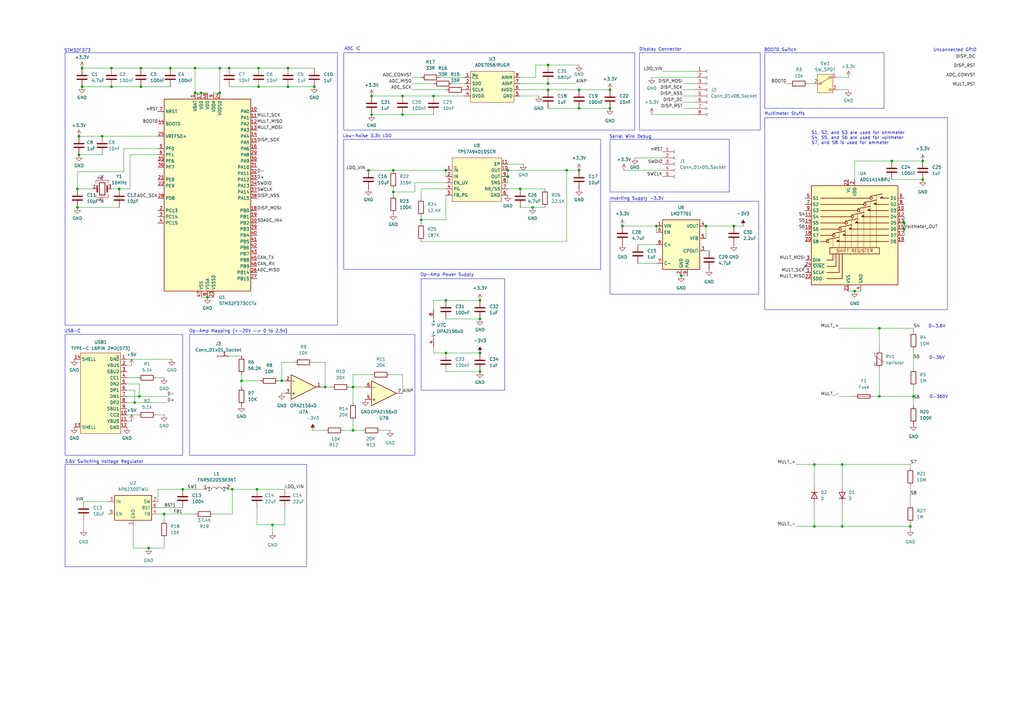
<source format=kicad_sch>
(kicad_sch (version 20250114) (generator "eeschema") (generator_version "9.0")
  (paper "A3")
  (rectangle (start 26.67 21.59) (end 138.43 133.35))
  (rectangle (start 262.255 21.59) (end 311.785 53.34))
  (rectangle (start 250.19 57.15) (end 299.085 78.74))
  (rectangle (start 140.97 21.59) (end 260.35 53.34))
  (rectangle (start 250.19 82.55) (end 311.15 120.65))
  (rectangle (start 26.67 190.5) (end 125.73 232.41))
  (rectangle (start 313.69 21.59) (end 362.585 44.45))
  (rectangle (start 172.72 114.3) (end 207.01 160.02))
  (rectangle (start 313.69 48.26) (end 388.62 127))
  (rectangle (start 140.97 57.15) (end 246.38 110.49))
  (rectangle (start 26.67 137.16) (end 74.93 186.69))
  (rectangle (start 77.724 137.16) (end 170.18 186.69))
  (text "USB-C\n" (at 29.718 135.89 0) (effects (font (size 1.27 1.27))))
  (text "S1, S2, and S3 are used for ohmmeter\nS4, S5, and S6 are used for voltmeter\nS7, and S8 is used for ammeter" (at 332.74 56.642 0) (effects (font (size 1.27 1.27)) (justify left)))
  (text "Multimeter Stuffs\n" (at 321.818 46.736 0) (effects (font (size 1.27 1.27))))
  (text "3.6V Switching Voltage Regulator" (at 42.672 189.484 0) (effects (font (size 1.27 1.27))))
  (text "Low-Noise 3.3V LDO" (at 150.622 55.88 0) (effects (font (size 1.27 1.27))))
  (text "BOOT0 Switch\n" (at 320.04 20.574 0) (effects (font (size 1.27 1.27))))
  (text "Unconnected GPIO\n" (at 391.668 20.574 0) (effects (font (size 1.27 1.27))))
  (text "Op-Amp Mapping (+-20V -> 0 to 2.5V)" (at 97.79 135.89 0) (effects (font (size 1.27 1.27))))
  (text "Op-Amp Power Supply" (at 183.388 112.776 0) (effects (font (size 1.27 1.27))))
  (text "0-36V" (at 384.302 146.812 0) (effects (font (size 1.27 1.27))))
  (text "0-3.6V\n" (at 384.302 133.858 0) (effects (font (size 1.27 1.27))))
  (text "Display Connector\n" (at 270.891 20.32 0) (effects (font (size 1.27 1.27))))
  (text "ADC IC" (at 144.526 20.066 0) (effects (font (size 1.27 1.27))))
  (text "0-360V" (at 385.064 162.814 0) (effects (font (size 1.27 1.27))))
  (text "STM32F373" (at 31.75 20.828 0) (effects (font (size 1.27 1.27))))
  (text "Serial Wire Debug\n" (at 258.572 56.134 0) (effects (font (size 1.27 1.27))))
  (text "Inverting Supply -3.3V\n" (at 261.112 81.534 0) (effects (font (size 1.27 1.27))))
  (junction (at 144.78 176.53))
  (junction (at 345.44 215.9))
  (junction (at 250.19 36.83))
  (junction (at 165.1 46.99))
  (junction (at 32.385 63.5))
  (junction (at 57.785 27.94))
  (junction (at 31.75 85.09))
  (junction (at 152.4 39.37))
  (junction (at 224.79 26.67))
  (junction (at 182.88 69.85))
  (junction (at 255.27 92.71))
  (junction (at 152.4 46.99))
  (junction (at 224.79 36.83))
  (junction (at 237.49 69.85))
  (junction (at 45.72 27.94))
  (junction (at 300.99 92.71))
  (junction (at 177.8 39.37))
  (junction (at 250.19 44.45))
  (junction (at 82.55 38.1))
  (junction (at 111.76 215.265))
  (junction (at 334.01 190.5))
  (junction (at 196.85 144.78))
  (junction (at 218.44 85.09))
  (junction (at 196.85 123.19))
  (junction (at 31.75 77.47))
  (junction (at 69.85 27.94))
  (junction (at 370.84 93.98))
  (junction (at 99.06 156.21))
  (junction (at 360.68 162.56))
  (junction (at 33.655 35.56))
  (junction (at 378.46 73.66))
  (junction (at 378.46 66.04))
  (junction (at 55.245 165.1))
  (junction (at 57.785 35.56))
  (junction (at 45.72 35.56))
  (junction (at 67.31 210.82))
  (junction (at 208.28 69.85))
  (junction (at 57.15 162.56))
  (junction (at 196.85 152.4))
  (junction (at 360.68 134.62))
  (junction (at 161.29 69.85))
  (junction (at 60.96 224.79))
  (junction (at 90.17 38.1))
  (junction (at 118.11 35.56))
  (junction (at 48.895 77.47))
  (junction (at 165.1 39.37))
  (junction (at 373.38 215.9))
  (junction (at 33.655 27.94))
  (junction (at 269.24 92.71))
  (junction (at 172.72 90.17))
  (junction (at 105.41 200.66))
  (junction (at 279.4 113.03))
  (junction (at 74.93 200.66))
  (junction (at 161.29 78.74))
  (junction (at 85.09 121.92))
  (junction (at 237.49 36.83))
  (junction (at 213.36 77.47))
  (junction (at 133.35 158.75))
  (junction (at 232.41 69.85))
  (junction (at 182.88 144.78))
  (junction (at 350.52 119.38))
  (junction (at 80.01 38.1))
  (junction (at 106.045 27.94))
  (junction (at 365.76 66.04))
  (junction (at 237.49 44.45))
  (junction (at 115.57 156.21))
  (junction (at 32.385 55.88))
  (junction (at 90.17 27.94))
  (junction (at 95.25 200.66))
  (junction (at 182.88 123.19))
  (junction (at 345.44 190.5))
  (junction (at 151.13 69.85))
  (junction (at 370.84 91.44))
  (junction (at 41.91 55.88))
  (junction (at 208.28 72.39))
  (junction (at 334.01 215.9))
  (junction (at 374.65 162.56))
  (junction (at 289.56 92.71))
  (junction (at 106.045 35.56))
  (junction (at 224.79 34.29))
  (junction (at 118.11 27.94))
  (junction (at 80.01 27.94))
  (junction (at 128.905 35.56))
  (junction (at 196.85 130.81))
  (junction (at 93.98 27.94))
  (junction (at 144.78 158.75))
  (no_connect (at 41.91 72.39))
  (no_connect (at 330.2 109.22))
  (no_connect (at 41.91 82.55))
  (wire (pts (xy 69.85 27.94) (xy 80.01 27.94)))
  (wire (pts (xy 99.06 156.21) (xy 106.68 156.21)))
  (wire (pts (xy 50.8 60.96) (xy 50.8 70.485)))
  (wire (pts (xy 95.25 200.66) (xy 105.41 200.66)))
  (wire (pts (xy 93.98 200.66) (xy 95.25 200.66)))
  (wire (pts (xy 255.27 92.71) (xy 269.24 92.71)))
  (wire (pts (xy 261.62 100.33) (xy 269.24 100.33)))
  (wire (pts (xy 218.44 85.09) (xy 223.52 85.09)))
  (wire (pts (xy 213.36 85.09) (xy 218.44 85.09)))
  (wire (pts (xy 170.18 74.93) (xy 182.88 74.93)))
  (wire (pts (xy 165.1 153.67) (xy 165.1 161.29)))
  (wire (pts (xy 52.07 172.72) (xy 53.975 172.72)))
  (wire (pts (xy 300.99 92.71) (xy 304.8 92.71)))
  (wire (pts (xy 289.56 102.87) (xy 290.83 102.87)))
  (wire (pts (xy 133.35 148.59) (xy 133.35 158.75)))
  (wire (pts (xy 182.88 72.39) (xy 182.88 69.85)))
  (wire (pts (xy 373.38 217.17) (xy 373.38 215.9)))
  (wire (pts (xy 140.97 176.53) (xy 144.78 176.53)))
  (wire (pts (xy 360.68 162.56) (xy 358.14 162.56)))
  (wire (pts (xy 116.84 208.28) (xy 116.84 215.265)))
  (wire (pts (xy 185.42 34.29) (xy 190.5 34.29)))
  (wire (pts (xy 182.88 130.81) (xy 196.85 130.81)))
  (wire (pts (xy 370.84 91.44) (xy 370.84 93.98)))
  (wire (pts (xy 269.24 92.71) (xy 269.24 95.25)))
  (wire (pts (xy 326.39 190.5) (xy 334.01 190.5)))
  (wire (pts (xy 219.71 26.67) (xy 219.71 31.75)))
  (wire (pts (xy 350.52 119.38) (xy 353.06 119.38)))
  (wire (pts (xy 236.22 34.29) (xy 224.79 34.29)))
  (wire (pts (xy 53.34 77.47) (xy 53.34 63.5)))
  (wire (pts (xy 168.91 36.83) (xy 182.88 36.83)))
  (wire (pts (xy 279.4 113.03) (xy 281.94 113.03)))
  (wire (pts (xy 52.07 160.02) (xy 55.245 160.02)))
  (wire (pts (xy 115.57 161.29) (xy 116.84 161.29)))
  (wire (pts (xy 331.47 34.29) (xy 333.375 34.29)))
  (wire (pts (xy 177.8 123.19) (xy 182.88 123.19)))
  (wire (pts (xy 378.46 66.04) (xy 365.76 66.04)))
  (wire (pts (xy 360.68 134.62) (xy 360.68 143.51)))
  (wire (pts (xy 208.28 69.85) (xy 208.28 72.39)))
  (wire (pts (xy 67.31 210.82) (xy 67.31 213.36)))
  (wire (pts (xy 374.65 134.62) (xy 374.65 135.89)))
  (wire (pts (xy 57.785 27.94) (xy 69.85 27.94)))
  (wire (pts (xy 365.76 73.66) (xy 378.46 73.66)))
  (wire (pts (xy 54.61 215.9) (xy 54.61 224.79)))
  (wire (pts (xy 57.15 157.48) (xy 57.15 162.56)))
  (wire (pts (xy 160.02 176.53) (xy 156.21 176.53)))
  (wire (pts (xy 106.045 27.94) (xy 118.11 27.94)))
  (wire (pts (xy 64.77 208.28) (xy 74.93 208.28)))
  (wire (pts (xy 87.63 38.1) (xy 90.17 38.1)))
  (wire (pts (xy 224.79 34.29) (xy 213.36 34.29)))
  (wire (pts (xy 177.8 144.78) (xy 182.88 144.78)))
  (wire (pts (xy 57.15 157.48) (xy 52.07 157.48)))
  (wire (pts (xy 55.245 165.1) (xy 52.07 165.1)))
  (wire (pts (xy 344.17 134.62) (xy 360.68 134.62)))
  (wire (pts (xy 120.65 148.59) (xy 115.57 148.59)))
  (wire (pts (xy 45.72 77.47) (xy 48.895 77.47)))
  (wire (pts (xy 52.07 170.18) (xy 56.515 170.18)))
  (wire (pts (xy 271.78 29.21) (xy 285.115 29.21)))
  (wire (pts (xy 334.01 190.5) (xy 345.44 190.5)))
  (wire (pts (xy 177.8 144.78) (xy 177.8 142.24)))
  (wire (pts (xy 143.51 158.75) (xy 144.78 158.75)))
  (wire (pts (xy 267.335 31.75) (xy 285.115 31.75)))
  (wire (pts (xy 53.34 63.5) (xy 64.77 63.5)))
  (wire (pts (xy 144.78 158.75) (xy 149.86 158.75)))
  (wire (pts (xy 224.79 44.45) (xy 237.49 44.45)))
  (wire (pts (xy 152.4 46.99) (xy 165.1 46.99)))
  (wire (pts (xy 182.88 152.4) (xy 196.85 152.4)))
  (wire (pts (xy 161.29 78.74) (xy 170.18 78.74)))
  (wire (pts (xy 208.28 77.47) (xy 213.36 77.47)))
  (wire (pts (xy 374.65 162.56) (xy 374.65 166.37)))
  (wire (pts (xy 64.77 205.74) (xy 64.77 200.66)))
  (wire (pts (xy 48.895 77.47) (xy 53.34 77.47)))
  (wire (pts (xy 128.27 148.59) (xy 133.35 148.59)))
  (wire (pts (xy 345.44 215.9) (xy 373.38 215.9)))
  (wire (pts (xy 237.49 36.83) (xy 224.79 36.83)))
  (wire (pts (xy 373.38 199.39) (xy 373.38 207.01)))
  (wire (pts (xy 161.29 77.47) (xy 161.29 78.74)))
  (wire (pts (xy 115.57 148.59) (xy 115.57 156.21)))
  (wire (pts (xy 334.01 207.01) (xy 334.01 215.9)))
  (wire (pts (xy 52.07 147.32) (xy 70.485 147.32)))
  (wire (pts (xy 33.655 35.56) (xy 45.72 35.56)))
  (wire (pts (xy 74.93 200.66) (xy 83.82 200.66)))
  (wire (pts (xy 55.245 165.1) (xy 68.58 165.1)))
  (wire (pts (xy 370.84 93.98) (xy 370.84 96.52)))
  (wire (pts (xy 343.535 36.83) (xy 347.98 36.83)))
  (wire (pts (xy 165.1 46.99) (xy 177.8 46.99)))
  (wire (pts (xy 105.41 208.28) (xy 105.41 215.265)))
  (wire (pts (xy 168.91 31.75) (xy 172.72 31.75)))
  (wire (pts (xy 41.91 55.88) (xy 64.77 55.88)))
  (wire (pts (xy 144.78 153.67) (xy 144.78 158.75)))
  (wire (pts (xy 161.29 69.85) (xy 182.88 69.85)))
  (wire (pts (xy 170.18 78.74) (xy 170.18 74.93)))
  (wire (pts (xy 93.98 146.05) (xy 99.06 146.05)))
  (wire (pts (xy 82.55 121.92) (xy 85.09 121.92)))
  (wire (pts (xy 237.49 36.83) (xy 250.19 36.83)))
  (wire (pts (xy 280.035 44.45) (xy 285.115 44.45)))
  (wire (pts (xy 31.75 70.485) (xy 31.75 77.47)))
  (wire (pts (xy 343.535 31.75) (xy 347.98 31.75)))
  (wire (pts (xy 80.01 27.94) (xy 80.01 38.1)))
  (wire (pts (xy 172.72 99.06) (xy 232.41 99.06)))
  (wire (pts (xy 31.75 77.47) (xy 38.1 77.47)))
  (wire (pts (xy 365.76 66.04) (xy 350.52 66.04)))
  (wire (pts (xy 219.71 31.75) (xy 213.36 31.75)))
  (wire (pts (xy 32.385 55.88) (xy 41.91 55.88)))
  (wire (pts (xy 237.49 44.45) (xy 250.19 44.45)))
  (wire (pts (xy 224.79 26.67) (xy 237.49 26.67)))
  (wire (pts (xy 52.07 149.86) (xy 53.975 149.86)))
  (wire (pts (xy 213.36 77.47) (xy 223.52 77.47)))
  (wire (pts (xy 280.035 41.91) (xy 285.115 41.91)))
  (wire (pts (xy 172.72 90.17) (xy 172.72 91.44)))
  (wire (pts (xy 165.1 39.37) (xy 177.8 39.37)))
  (wire (pts (xy 118.11 35.56) (xy 106.045 35.56)))
  (wire (pts (xy 128.27 176.53) (xy 133.35 176.53)))
  (wire (pts (xy 326.39 215.9) (xy 334.01 215.9)))
  (wire (pts (xy 280.035 36.83) (xy 285.115 36.83)))
  (wire (pts (xy 347.98 119.38) (xy 350.52 119.38)))
  (wire (pts (xy 85.09 121.92) (xy 87.63 121.92)))
  (wire (pts (xy 93.98 27.94) (xy 106.045 27.94)))
  (wire (pts (xy 52.07 162.56) (xy 57.15 162.56)))
  (wire (pts (xy 64.77 210.82) (xy 67.31 210.82)))
  (wire (pts (xy 80.01 27.94) (xy 90.17 27.94)))
  (wire (pts (xy 133.35 158.75) (xy 135.89 158.75)))
  (wire (pts (xy 118.11 35.56) (xy 128.905 35.56)))
  (wire (pts (xy 99.06 156.21) (xy 99.06 158.75)))
  (wire (pts (xy 208.28 69.85) (xy 232.41 69.85)))
  (wire (pts (xy 149.86 69.85) (xy 151.13 69.85)))
  (wire (pts (xy 80.01 38.1) (xy 82.55 38.1)))
  (wire (pts (xy 177.8 39.37) (xy 190.5 39.37)))
  (wire (pts (xy 208.28 72.39) (xy 208.28 74.93)))
  (wire (pts (xy 172.72 88.9) (xy 172.72 90.17)))
  (wire (pts (xy 182.88 77.47) (xy 172.72 77.47)))
  (wire (pts (xy 87.63 210.82) (xy 95.25 210.82)))
  (wire (pts (xy 144.78 172.72) (xy 144.78 176.53)))
  (wire (pts (xy 182.88 144.78) (xy 196.85 144.78)))
  (wire (pts (xy 151.13 69.85) (xy 161.29 69.85)))
  (wire (pts (xy 34.29 213.36) (xy 34.29 217.17)))
  (wire (pts (xy 144.78 176.53) (xy 148.59 176.53)))
  (wire (pts (xy 182.88 123.19) (xy 196.85 123.19)))
  (wire (pts (xy 152.4 39.37) (xy 165.1 39.37)))
  (wire (pts (xy 345.44 190.5) (xy 373.38 190.5)))
  (wire (pts (xy 64.135 154.94) (xy 67.31 154.94)))
  (wire (pts (xy 224.79 36.83) (xy 213.36 36.83)))
  (wire (pts (xy 54.61 224.79) (xy 60.96 224.79)))
  (wire (pts (xy 345.44 207.01) (xy 345.44 215.9)))
  (wire (pts (xy 50.8 70.485) (xy 31.75 70.485)))
  (wire (pts (xy 289.56 92.71) (xy 289.56 97.79)))
  (wire (pts (xy 267.335 46.99) (xy 285.115 46.99)))
  (wire (pts (xy 360.68 151.13) (xy 360.68 162.56)))
  (wire (pts (xy 105.41 215.265) (xy 111.76 215.265)))
  (wire (pts (xy 33.655 27.94) (xy 45.72 27.94)))
  (wire (pts (xy 168.91 34.29) (xy 177.8 34.29)))
  (wire (pts (xy 64.135 170.18) (xy 67.31 170.18)))
  (wire (pts (xy 255.905 69.85) (xy 271.78 69.85)))
  (wire (pts (xy 260.35 64.77) (xy 271.78 64.77)))
  (wire (pts (xy 177.8 127) (xy 177.8 123.19)))
  (wire (pts (xy 152.4 153.67) (xy 144.78 153.67)))
  (wire (pts (xy 322.58 34.29) (xy 323.85 34.29)))
  (wire (pts (xy 160.02 153.67) (xy 165.1 153.67)))
  (wire (pts (xy 373.38 190.5) (xy 373.38 191.77)))
  (wire (pts (xy 34.29 205.74) (xy 44.45 205.74)))
  (wire (pts (xy 280.035 34.29) (xy 285.115 34.29)))
  (wire (pts (xy 111.76 218.44) (xy 111.76 215.265)))
  (wire (pts (xy 67.31 210.82) (xy 80.01 210.82)))
  (wire (pts (xy 114.3 156.21) (xy 115.57 156.21)))
  (wire (pts (xy 115.57 156.21) (xy 116.84 156.21)))
  (wire (pts (xy 370.84 88.9) (xy 370.84 91.44)))
  (wire (pts (xy 106.045 35.56) (xy 93.98 35.56)))
  (wire (pts (xy 373.38 215.9) (xy 373.38 214.63)))
  (wire (pts (xy 374.65 143.51) (xy 374.65 151.13)))
  (wire (pts (xy 182.88 90.17) (xy 172.72 90.17)))
  (wire (pts (xy 232.41 69.85) (xy 237.49 69.85)))
  (wire (pts (xy 289.56 92.71) (xy 300.99 92.71)))
  (wire (pts (xy 50.8 60.96) (xy 64.77 60.96)))
  (wire (pts (xy 31.75 85.09) (xy 48.895 85.09)))
  (wire (pts (xy 45.72 27.94) (xy 57.785 27.94)))
  (wire (pts (xy 360.68 134.62) (xy 374.65 134.62)))
  (wire (pts (xy 350.52 66.04) (xy 350.52 73.66)))
  (wire (pts (xy 261.62 107.95) (xy 269.24 107.95)))
  (wire (pts (xy 90.17 27.94) (xy 93.98 27.94)))
  (wire (pts (xy 55.245 160.02) (xy 55.245 165.1)))
  (wire (pts (xy 219.71 26.67) (xy 224.79 26.67)))
  (wire (pts (xy 85.09 38.1) (xy 82.55 38.1)))
  (wire (pts (xy 90.17 27.94) (xy 90.17 38.1)))
  (wire (pts (xy 111.76 215.265) (xy 116.84 215.265)))
  (wire (pts (xy 280.035 39.37) (xy 285.115 39.37)))
  (wire (pts (xy 180.34 31.75) (xy 190.5 31.75)))
  (wire (pts (xy 64.77 200.66) (xy 74.93 200.66)))
  (wire (pts (xy 172.72 77.47) (xy 172.72 81.28)))
  (wire (pts (xy 57.785 35.56) (xy 69.85 35.56)))
  (wire (pts (xy 161.29 78.74) (xy 161.29 80.01)))
  (wire (pts (xy 374.65 158.75) (xy 374.65 162.56)))
  (wire (pts (xy 213.36 39.37) (xy 220.98 39.37)))
  (wire (pts (xy 95.25 200.66) (xy 95.25 210.82)))
  (wire (pts (xy 360.68 162.56) (xy 374.65 162.56)))
  (wire (pts (xy 60.96 224.79) (xy 67.31 224.79)))
  (wire (pts (xy 208.28 67.31) (xy 214.63 67.31)))
  (wire (pts (xy 144.78 158.75) (xy 144.78 165.1)))
  (wire (pts (xy 232.41 99.06) (xy 232.41 69.85)))
  (wire (pts (xy 133.35 158.75) (xy 132.08 158.75)))
  (wire (pts (xy 344.17 162.56) (xy 350.52 162.56)))
  (wire (pts (xy 334.01 190.5) (xy 334.01 199.39)))
  (wire (pts (xy 99.06 153.67) (xy 99.06 156.21)))
  (wire (pts (xy 118.11 27.94) (xy 128.905 27.94)))
  (wire (pts (xy 57.15 162.56) (xy 68.58 162.56)))
  (wire (pts (xy 45.72 35.56) (xy 57.785 35.56)))
  (wire (pts (xy 32.385 63.5) (xy 41.91 63.5)))
  (wire (pts (xy 52.07 154.94) (xy 56.515 154.94)))
  (wire (pts (xy 182.88 80.01) (xy 182.88 90.17)))
  (wire (pts (xy 345.44 190.5) (xy 345.44 199.39)))
  (wire (pts (xy 334.01 215.9) (xy 345.44 215.9)))
  (wire (pts (xy 105.41 200.66) (xy 116.84 200.66)))
  (wire (pts (xy 67.31 220.98) (xy 67.31 224.79)))
  (label "D+" (at 105.41 73.66 0))
  (label "SDADC_IN4" (at 105.41 91.44 0))
  (label "MULT_MOSI" (at 330.2 106.68 180))
  (label "SWCLK" (at 271.78 72.39 180))
  (label "ADC_SCK" (at 64.77 81.28 180))
  (label "LDO_VIN" (at 271.78 29.21 180))
  (label "DISP_SCK" (at 105.41 58.42 0))
  (label "LDO_VIN" (at 149.86 69.85 180))
  (label "D-" (at 68.58 162.56 0))
  (label "MULT_+" (at 326.39 190.5 180))
  (label "S7" (at 373.38 190.5 0))
  (label "DISP_SCK" (at 280.035 36.83 180))
  (label "MULT_MOSI" (at 105.41 53.34 0))
  (label "BOOT0" (at 64.77 50.8 180))
  (label "S8" (at 373.38 203.2 0))
  (label "MULT_RST" (at 400.05 35.56 180))
  (label "nRST" (at 271.78 62.23 180))
  (label "MULT_SCK" (at 105.41 48.26 0))
  (label "SW1" (at 76.835 200.66 0))
  (label "ADC_MISO" (at 168.91 34.29 180))
  (label "LDO_VIN" (at 116.84 200.66 0))
  (label "MULT_SCK" (at 330.2 111.76 180))
  (label "DISP_RST" (at 280.035 44.45 180))
  (label "VIN" (at 34.29 205.74 180))
  (label "MULT_MISO" (at 330.2 114.3 180))
  (label "MULT_-" (at 344.17 162.56 180))
  (label "S4" (at 330.2 88.9 180))
  (label "D+" (at 68.58 165.1 0))
  (label "ADC_MISO" (at 105.41 111.76 0))
  (label "BOOT0" (at 322.58 34.29 180))
  (label "ADC_SCK" (at 168.91 36.83 180))
  (label "DISP_MOSI" (at 280.035 34.29 180))
  (label "CAN_RX" (at 105.41 109.22 0))
  (label "BST1" (at 67.31 208.28 0))
  (label "SWDIO" (at 105.41 76.2 0))
  (label "AINP" (at 236.22 34.29 0))
  (label "S5" (at 330.2 91.44 180))
  (label "AINP" (at 165.1 161.29 0))
  (label "MULT_+" (at 344.17 134.62 180))
  (label "nRST" (at 64.77 45.72 180))
  (label "ADC_CONVST" (at 400.05 31.75 180))
  (label "S5" (at 374.65 147.32 0))
  (label "SWDIO" (at 271.78 67.31 180))
  (label "MULT_-" (at 326.39 215.9 180))
  (label "DISP_NSS" (at 105.41 81.28 0))
  (label "DISP_MOSI" (at 105.41 86.36 0))
  (label "SWCLK" (at 105.41 78.74 0))
  (label "DISP_NSS" (at 280.035 39.37 180))
  (label "S6" (at 374.65 163.83 0))
  (label "CAN_TX" (at 105.41 106.68 0))
  (label "MULT_MISO" (at 105.41 50.8 0))
  (label "S4" (at 374.65 134.62 0))
  (label "FB1" (at 71.12 210.82 0))
  (label "D-" (at 105.41 71.12 0))
  (label "ADC_CONVST" (at 168.91 31.75 180))
  (label "S6" (at 330.2 93.98 180))
  (label "DISP_DC" (at 280.035 41.91 180))
  (label "DISP_DC" (at 400.05 24.13 180))
  (label "DISP_RST" (at 400.05 27.94 180))
  (label "Voltmeter_OUT" (at 370.84 93.98 0))
  (symbol (lib_id "Device:C") (at 128.905 31.75 0) (unit 1)
    (property "Reference" "C10" (at 132.715 30.4799 0) (effects (justify left)))
    (property "Value" "1uF" (at 132.715 33.0199 0) (effects (justify left)))
    (property "Description" "Unpolarized capacitor" (effects (hide yes)))
  )
  (symbol (lib_id "Device:C") (at 151.13 73.66 0) (unit 1)
    (property "Reference" "C16" (at 154.94 72.3899 0) (effects (justify left)))
    (property "Value" "10uF" (at 154.94 74.9299 0) (effects (justify left)))
    (property "Description" "Unpolarized capacitor" (effects (hide yes)))
  )
  (symbol (lib_id "power:GND") (at 30.48 175.26 0) (unit 1)
    (property "Reference" "#PWR010" (effects (hide yes)))
    (property "Value" "GND" (at 30.48 179.705 0))
    (property "Description" "Power symbol creates a global label with name \"GND\" , ground" (effects (hide yes)))
  )
  (symbol (lib_id "power:GND") (at 250.19 44.45 0) (unit 1)
    (property "Reference" "#PWR055" (effects (hide yes)))
    (property "Value" "GND" (at 250.19 49.53 0))
    (property "Description" "Power symbol creates a global label with name \"GND\" , ground" (effects (hide yes)))
  )
  (symbol (lib_id "power:GND") (at 111.76 218.44 0) (unit 1)
    (property "Reference" "#PWR0101" (effects (hide yes)))
    (property "Value" "GND" (at 111.76 223.52 0))
    (property "Description" "Power symbol creates a global label with name \"GND\" , ground" (effects (hide yes)))
  )
  (symbol (lib_id "power:GND") (at 60.96 224.79 0) (unit 1)
    (property "Reference" "#PWR038" (effects (hide yes)))
    (property "Value" "GND" (at 60.96 229.87 0))
    (property "Description" "Power symbol creates a global label with name \"GND\" , ground" (effects (hide yes)))
  )
  (symbol (lib_id "Device:R") (at 172.72 95.25 0) (unit 1)
    (property "Reference" "R25" (at 175.26 93.9799 0) (effects (justify left)))
    (property "Value" "187K" (at 175.26 96.5199 0) (effects (justify left)))
    (property "Description" "Resistor" (effects (hide yes)))
  )
  (symbol (lib_id "Device:C") (at 196.85 148.59 0) (unit 1)
    (property "Reference" "C34" (at 200.66 147.3199 0) (effects (justify left)))
    (property "Value" "1uF" (at 200.66 149.8599 0) (effects (justify left)))
    (property "Description" "Unpolarized capacitor" (effects (hide yes)))
  )
  (symbol (lib_id "power:GND") (at 34.29 217.17 0) (unit 1)
    (property "Reference" "#PWR037" (effects (hide yes)))
    (property "Value" "GND" (at 34.29 222.25 0))
    (property "Description" "Power symbol creates a global label with name \"GND\" , ground" (effects (hide yes)))
  )
  (symbol (lib_id "power:+3.3V") (at 196.85 123.19 0) (unit 1)
    (property "Reference" "#PWR047" (effects (hide yes)))
    (property "Value" "+3.3V" (at 196.85 118.11 0))
    (property "Description" "Power symbol creates a global label with name \"+3.3V\"" (effects (hide yes)))
  )
  (symbol (lib_id "Device:C") (at 182.88 127 0) (unit 1)
    (property "Reference" "C31" (at 186.69 125.7299 0) (effects (justify left)))
    (property "Value" "100nF" (at 186.69 128.2699 0) (effects (justify left)))
    (property "Description" "Unpolarized capacitor" (effects (hide yes)))
  )
  (symbol (lib_id "Device:C") (at 261.62 104.14 0) (unit 1)
    (property "Reference" "C15" (at 265.43 102.8699 0) (effects (justify left)))
    (property "Value" "1uF" (at 265.43 105.4099 0) (effects (justify left)))
    (property "Description" "Unpolarized capacitor" (effects (hide yes)))
  )
  (symbol (lib_id "ROCKETRY_EASYEDA:ADS7056IRUGR") (at 201.93 35.56 0) (unit 1)
    (property "Reference" "U3" (at 201.93 24.13 0))
    (property "Value" "ADS7056IRUGR" (at 201.93 26.67 0))
    (property "Footprint" "Rocketry_Easyeda:X2QFN-8_L1.5-W1.5-P0.50-BL" (effects (hide yes)))
    (property "LCSC Part" "C2669798" (effects (hide yes)))
  )
  (symbol (lib_id "power:GND") (at 152.4 46.99 0) (unit 1)
    (property "Reference" "#PWR030" (effects (hide yes)))
    (property "Value" "GND" (at 152.4 51.435 0))
    (property "Description" "Power symbol creates a global label with name \"GND\" , ground" (effects (hide yes)))
  )
  (symbol (lib_id "power:GND") (at 30.48 147.32 0) (unit 1)
    (property "Reference" "#PWR09" (effects (hide yes)))
    (property "Value" "GND" (at 30.48 151.765 0))
    (property "Description" "Power symbol creates a global label with name \"GND\" , ground" (effects (hide yes)))
  )
  (symbol (lib_id "power:GND") (at 279.4 113.03 0) (unit 1)
    (property "Reference" "#PWR042" (effects (hide yes)))
    (property "Value" "GND" (at 279.4 118.11 0))
    (property "Description" "Power symbol creates a global label with name \"GND\" , ground" (effects (hide yes)))
  )
  (symbol (lib_id "power:+3.3V") (at 347.98 31.75 0) (unit 1)
    (property "Reference" "#PWR017" (effects (hide yes)))
    (property "Value" "+3.3V" (at 347.98 27.305 0))
    (property "Description" "Power symbol creates a global label with name \"+3.3V\"" (effects (hide yes)))
  )
  (symbol (lib_id "Device:C") (at 33.655 31.75 0) (unit 1)
    (property "Reference" "C1" (at 37.465 30.4799 0) (effects (justify left)))
    (property "Value" "4.7uF" (at 37.465 33.0199 0) (effects (justify left)))
    (property "Description" "Unpolarized capacitor" (effects (hide yes)))
  )
  (symbol (lib_id "power:GND") (at 267.335 31.75 0) (unit 1)
    (property "Reference" "#PWR024" (effects (hide yes)))
    (property "Value" "GND" (at 267.335 36.195 0))
    (property "Description" "Power symbol creates a global label with name \"GND\" , ground" (effects (hide yes)))
  )
  (symbol (lib_id "power:GND") (at 237.49 77.47 0) (unit 1)
    (property "Reference" "#PWR022" (effects (hide yes)))
    (property "Value" "GND" (at 237.49 81.915 0))
    (property "Description" "Power symbol creates a global label with name \"GND\" , ground" (effects (hide yes)))
  )
  (symbol (lib_id "power:GND") (at 196.85 130.81 0) (mirror y) (unit 1)
    (property "Reference" "#PWR046" (effects (hide yes)))
    (property "Value" "GND" (at 196.85 135.255 0))
    (property "Description" "Power symbol creates a global label with name \"GND\" , ground" (effects (hide yes)))
  )
  (symbol (lib_id "Device:C") (at 224.79 40.64 0) (unit 1)
    (property "Reference" "C18" (at 228.6 39.3699 0) (effects (justify left)))
    (property "Value" "1uF" (at 228.6 41.9099 0) (effects (justify left)))
    (property "Description" "Unpolarized capacitor" (effects (hide yes)))
  )
  (symbol (lib_id "power:GND") (at 373.38 217.17 0) (unit 1)
    (property "Reference" "#PWR056" (effects (hide yes)))
    (property "Value" "GND" (at 373.38 222.25 0))
    (property "Description" "Power symbol creates a global label with name \"GND\" , ground" (effects (hide yes)))
  )
  (symbol (lib_id "Device:R") (at 137.16 176.53 270) (unit 1)
    (property "Reference" "R12" (at 138.811 182.499 90) (effects (justify right)))
    (property "Value" "10K" (at 139.7 180.086 90) (effects (justify right)))
    (property "Description" "Resistor" (effects (hide yes)))
  )
  (symbol (lib_id "Rocketry:FNR5020S3R3NT") (at 88.9 200.66 0) (unit 1)
    (property "Reference" "L1" (at 88.9 194.31 0))
    (property "Value" "FNR5020S3R3NT" (at 88.9 196.85 0))
    (property "Footprint" "Rocketry_Easyeda:IND-SMD_L5.0-W5.0_FNR50XXS" (effects (hide yes)))
    (property "Datasheet" "https://lcsc.com/product-detail/Power-Inductors_3-3uH-30-2-5A_C167926.html" (effects (hide yes)))
    (property "LCSC Part" "C167926" (effects (hide yes)))
  )
  (symbol (lib_id "Device:R") (at 374.65 139.7 180) (unit 1)
    (property "Reference" "R4" (at 377.19 138.4299 0) (effects (justify right)))
    (property "Value" "10M" (at 377.19 140.9699 0) (effects (justify right)))
    (property "Description" "Resistor" (effects (hide yes)))
  )
  (symbol (lib_id "Device:R") (at 161.29 83.82 0) (unit 1)
    (property "Reference" "R23" (at 163.83 82.5499 0) (effects (justify left)))
    (property "Value" "100K" (at 163.83 85.0899 0) (effects (justify left)))
    (property "Description" "Resistor" (effects (hide yes)))
  )
  (symbol (lib_id "power:GND") (at 374.65 173.99 0) (unit 1)
    (property "Reference" "#PWR035" (effects (hide yes)))
    (property "Value" "GND" (at 374.65 179.07 0))
    (property "Description" "Power symbol creates a global label with name \"GND\" , ground" (effects (hide yes)))
  )
  (symbol (lib_id "ROCKETRY_EASYEDA:TPS7A9401DSCR") (at 195.58 73.66 0) (unit 1)
    (property "Reference" "U8" (at 195.58 59.69 0))
    (property "Value" "TPS7A9401DSCR" (at 195.58 62.23 0))
    (property "Footprint" "Rocketry_Easyeda:WSON-10_L3.0-W3.0-P0.50-TL-EP" (effects (hide yes)))
    (property "LCSC Part" "C5220127" (effects (hide yes)))
  )
  (symbol (lib_id "Amplifier_Operational:OPA2156xD") (at 177.8 134.62 0) (unit 3)
    (property "Reference" "U7" (at 179.07 133.3499 0) (effects (justify left)))
    (property "Value" "OPA2156xD" (at 179.07 135.8899 0) (effects (justify left)))
    (property "Footprint" "Package_SO:SOIC-8_3.9x4.9mm_P1.27mm" (effects (hide yes)))
    (property "Datasheet" "https://www.ti.com/lit/ds/symlink/opa2156.pdf" (effects (hide yes)))
    (property "Description" "Dual 36V, Ultra Low Noise, Rail-to-Rail Input/Output, Low Offset Voltage, Operational Amplifier, SOIC-8" (effects (hide yes)))
  )
  (symbol (lib_id "Device:C") (at 237.49 40.64 0) (unit 1)
    (property "Reference" "C19" (at 241.3 39.37 0) (effects (justify left)))
    (property "Value" "100nF" (at 241.3 41.91 0) (effects (justify left)))
    (property "Description" "Unpolarized capacitor" (effects (hide yes)))
  )
  (symbol (lib_id "Device:R") (at 83.82 210.82 270) (unit 1)
    (property "Reference" "R19" (at 83.82 215.9 90))
    (property "Value" "37.4K" (at 83.82 213.36 90))
    (property "Footprint" "Resistor_SMD:R_0402_1005Metric" (effects (hide yes)))
  )
  (symbol (lib_id "Device:C") (at 182.88 148.59 0) (unit 1)
    (property "Reference" "C33" (at 186.69 147.3199 0) (effects (justify left)))
    (property "Value" "100nF" (at 186.69 149.8599 0) (effects (justify left)))
    (property "Description" "Unpolarized capacitor" (effects (hide yes)))
  )
  (symbol (lib_id "power:-3V3") (at 304.8 92.71 0) (unit 1)
    (property "Reference" "#PWR044" (effects (hide yes)))
    (property "Value" "-3V3" (at 304.8 87.63 0))
    (property "Description" "Power symbol creates a global label with name \"-3V3\"" (effects (hide yes)))
  )
  (symbol (lib_id "Connector:Conn_01x08_Socket") (at 290.195 36.83 0) (unit 1)
    (property "Reference" "J2" (at 291.465 36.8299 0) (effects (justify left)))
    (property "Value" "Conn_01x08_Socket" (at 291.465 39.3699 0) (effects (justify left)))
    (property "Description" "Generic connector, single row, 01x08, script generated" (effects (hide yes)))
  )
  (symbol (lib_id "power:+3.3V") (at 237.49 69.85 0) (unit 1)
    (property "Reference" "#PWR023" (effects (hide yes)))
    (property "Value" "+3.3V" (at 237.49 64.77 0))
    (property "Description" "Power symbol creates a global label with name \"+3.3V\"" (effects (hide yes)))
  )
  (symbol (lib_id "Device:C") (at 93.98 31.75 0) (unit 1)
    (property "Reference" "C7" (at 97.79 30.4799 0) (effects (justify left)))
    (property "Value" "10nF" (at 97.79 33.0199 0) (effects (justify left)))
    (property "Description" "Unpolarized capacitor" (effects (hide yes)))
  )
  (symbol (lib_id "Device:C") (at 378.46 69.85 0) (unit 1)
    (property "Reference" "C25" (at 382.27 68.5799 0) (effects (justify left)))
    (property "Value" "1uF" (at 382.27 71.1199 0) (effects (justify left)))
    (property "Description" "Unpolarized capacitor" (effects (hide yes)))
  )
  (symbol (lib_id "power:+3.3V") (at 255.905 69.85 0) (unit 1)
    (property "Reference" "#PWR08" (effects (hide yes)))
    (property "Value" "+3.3V" (at 255.905 65.405 0))
    (property "Description" "Power symbol creates a global label with name \"+3.3V\"" (effects (hide yes)))
  )
  (symbol (lib_id "Device:R") (at 152.4 176.53 270) (unit 1)
    (property "Reference" "R13" (at 154.051 182.499 90) (effects (justify right)))
    (property "Value" "20K" (at 154.051 179.959 90) (effects (justify right)))
    (property "Description" "Resistor" (effects (hide yes)))
  )
  (symbol (lib_id "power:GND") (at 52.07 175.26 0) (unit 1)
    (property "Reference" "#PWR011" (effects (hide yes)))
    (property "Value" "GND" (at 52.07 179.705 0))
    (property "Description" "Power symbol creates a global label with name \"GND\" , ground" (effects (hide yes)))
  )
  (symbol (lib_id "Device:C") (at 365.76 69.85 0) (unit 1)
    (property "Reference" "C24" (at 369.57 68.5799 0) (effects (justify left)))
    (property "Value" "100nF" (at 369.57 71.1199 0) (effects (justify left)))
    (property "Description" "Unpolarized capacitor" (effects (hide yes)))
  )
  (symbol (lib_id "Device:C") (at 290.83 106.68 0) (unit 1)
    (property "Reference" "C29" (at 294.64 105.4099 0) (effects (justify left)))
    (property "Value" "4.7uF" (at 294.64 107.9499 0) (effects (justify left)))
    (property "Description" "Unpolarized capacitor" (effects (hide yes)))
  )
  (symbol (lib_id "Regulator_Switching:AP62300TWU") (at 54.61 208.28 0) (unit 1)
    (property "Reference" "U2" (at 54.61 198.12 0))
    (property "Value" "AP62300TWU" (at 54.61 200.66 0))
    (property "Footprint" "Package_TO_SOT_SMD:TSOT-23-6" (effects (hide yes)))
    (property "Datasheet" "https://www.diodes.com/assets/Datasheets/AP62300_AP62301_AP62300T.pdf" (effects (hide yes)))
  )
  (symbol (lib_id "Device:C") (at 74.93 204.47 180) (unit 1)
    (property "Reference" "C13" (at 78.74 203.2 0) (effects (justify right)))
    (property "Value" "100n" (at 78.74 205.74 0) (effects (justify right)))
    (property "Footprint" "Capacitor_SMD:C_0402_1005Metric" (effects (hide yes)))
  )
  (symbol (lib_id "power:GND") (at 160.02 176.53 0) (unit 1)
    (property "Reference" "#PWR051" (effects (hide yes)))
    (property "Value" "GND" (at 160.02 181.61 0))
    (property "Description" "Power symbol creates a global label with name \"GND\" , ground" (effects (hide yes)))
  )
  (symbol (lib_id "Device:C") (at 48.895 81.28 0) (unit 1)
    (property "Reference" "C12" (at 52.07 80.01 0) (effects (justify left)))
    (property "Value" "10pF" (at 52.07 82.55 0) (effects (justify left)))
    (property "Description" "Unpolarized capacitor" (effects (hide yes)))
  )
  (symbol (lib_id "Connector:Conn_01x05_Socket") (at 276.86 67.31 0) (unit 1)
    (property "Reference" "J1" (at 278.765 66.0399 0) (effects (justify left)))
    (property "Value" "Conn_01x05_Socket" (at 278.765 68.5799 0) (effects (justify left)))
    (property "Description" "Generic connector, single row, 01x05, script generated" (effects (hide yes)))
  )
  (symbol (lib_id "Device:R") (at 67.31 217.17 180) (unit 1)
    (property "Reference" "R18" (at 69.85 215.8999 0) (effects (justify right)))
    (property "Value" "10K" (at 69.85 218.4399 0) (effects (justify right)))
    (property "Footprint" "Resistor_SMD:R_0402_1005Metric" (effects (hide yes)))
  )
  (symbol (lib_id "power:+3.3V") (at 378.46 66.04 0) (unit 1)
    (property "Reference" "#PWR031" (effects (hide yes)))
    (property "Value" "+3.3V" (at 378.46 60.96 0))
    (property "Description" "Power symbol creates a global label with name \"+3.3V\"" (effects (hide yes)))
  )
  (symbol (lib_id "Device:R") (at 161.29 73.66 0) (unit 1)
    (property "Reference" "R22" (at 163.83 72.3899 0) (effects (justify left)))
    (property "Value" "316K" (at 163.83 74.9299 0) (effects (justify left)))
    (property "Description" "Resistor" (effects (hide yes)))
  )
  (symbol (lib_id "power:GND") (at 128.905 35.56 0) (mirror y) (unit 1)
    (property "Reference" "#PWR02" (effects (hide yes)))
    (property "Value" "GND" (at 128.905 40.005 0))
    (property "Description" "Power symbol creates a global label with name \"GND\" , ground" (effects (hide yes)))
  )
  (symbol (lib_id "Device:R") (at 374.65 154.94 180) (unit 1)
    (property "Reference" "R5" (at 377.19 153.6699 0) (effects (justify right)))
    (property "Value" "1M" (at 377.19 156.2099 0) (effects (justify right)))
    (property "Description" "Resistor" (effects (hide yes)))
  )
  (symbol (lib_id "Device:R") (at 99.06 149.86 0) (unit 1)
    (property "Reference" "R6" (at 101.6 148.5899 0) (effects (justify left)))
    (property "Value" "56.2K" (at 101.6 151.1299 0) (effects (justify left)))
    (property "Description" "Resistor" (effects (hide yes)))
  )
  (symbol (lib_id "Switch:SW_SPDT") (at 338.455 34.29 0) (unit 1)
    (property "Reference" "SW1" (at 338.455 26.035 0))
    (property "Value" "SW_SPDT" (at 338.455 28.575 0))
    (property "Description" "Switch, single pole double throw" (effects (hide yes)))
  )
  (symbol (lib_id "Device:R") (at 373.38 210.82 180) (unit 1)
    (property "Reference" "R27" (at 375.92 209.5499 0) (effects (justify right)))
    (property "Value" "1M" (at 375.92 212.0899 0) (effects (justify right)))
    (property "Description" "Resistor" (effects (hide yes)))
  )
  (symbol (lib_id "power:GND") (at 347.98 36.83 0) (unit 1)
    (property "Reference" "#PWR018" (effects (hide yes)))
    (property "Value" "GND" (at 347.98 41.275 0))
    (property "Description" "Power symbol creates a global label with name \"GND\" , ground" (effects (hide yes)))
  )
  (symbol (lib_id "power:-3V3") (at 196.85 144.78 0) (unit 1)
    (property "Reference" "#PWR049" (effects (hide yes)))
    (property "Value" "-3V3" (at 196.85 139.7 0))
    (property "Description" "Power symbol creates a global label with name \"-3V3\"" (effects (hide yes)))
  )
  (symbol (lib_id "Device:R") (at 99.06 162.56 0) (unit 1)
    (property "Reference" "R7" (at 101.6 161.2899 0) (effects (justify left)))
    (property "Value" "10K" (at 101.6 163.8299 0) (effects (justify left)))
    (property "Description" "Resistor" (effects (hide yes)))
  )
  (symbol (lib_id "Device:R") (at 124.46 148.59 90) (unit 1)
    (property "Reference" "R9" (at 124.46 142.24 90))
    (property "Value" "10K" (at 124.46 144.78 90))
    (property "Description" "Resistor" (effects (hide yes)))
  )
  (symbol (lib_id "power:+5V") (at 53.975 149.86 0) (unit 1)
    (property "Reference" "#PWR013" (effects (hide yes)))
    (property "Value" "+5V" (at 53.975 145.415 0))
    (property "Description" "Power symbol creates a global label with name \"+5V\"" (effects (hide yes)))
  )
  (symbol (lib_id "Device:C") (at 237.49 73.66 0) (unit 1)
    (property "Reference" "C17" (at 241.3 72.3899 0) (effects (justify left)))
    (property "Value" "10uF" (at 241.3 74.9299 0) (effects (justify left)))
    (property "Description" "Unpolarized capacitor" (effects (hide yes)))
  )
  (symbol (lib_id "power:GND") (at 255.27 100.33 0) (unit 1)
    (property "Reference" "#PWR041" (effects (hide yes)))
    (property "Value" "GND" (at 255.27 105.41 0))
    (property "Description" "Power symbol creates a global label with name \"GND\" , ground" (effects (hide yes)))
  )
  (symbol (lib_id "Connector:Conn_01x01_Socket") (at 88.9 146.05 180) (unit 1)
    (property "Reference" "J3" (at 89.535 140.97 0))
    (property "Value" "Conn_01x01_Socket" (at 89.535 143.51 0))
    (property "Description" "Generic connector, single row, 01x01, script generated" (effects (hide yes)))
  )
  (symbol (lib_id "Device:R") (at 176.53 31.75 90) (unit 1)
    (property "Reference" "R17" (at 176.53 25.4 90))
    (property "Value" "33R" (at 176.53 27.94 90))
    (property "Description" "Resistor" (effects (hide yes)))
  )
  (symbol (lib_id "Device:C") (at 105.41 204.47 0) (unit 1)
    (property "Reference" "C14" (at 108.585 203.1999 0) (effects (justify left)))
    (property "Value" "22uF" (at 108.585 205.7399 0) (effects (justify left)))
    (property "Footprint" "Capacitor_SMD:C_0805_2012Metric" (effects (hide yes)))
  )
  (symbol (lib_id "Device:C") (at 57.785 31.75 0) (unit 1)
    (property "Reference" "C3" (at 61.595 30.4799 0) (effects (justify left)))
    (property "Value" "100nF" (at 61.595 33.0199 0) (effects (justify left)))
    (property "Description" "Unpolarized capacitor" (effects (hide yes)))
  )
  (symbol (lib_id "power:GND") (at 99.06 166.37 0) (unit 1)
    (property "Reference" "#PWR050" (effects (hide yes)))
    (property "Value" "GND" (at 99.06 170.815 0))
    (property "Description" "Power symbol creates a global label with name \"GND\" , ground" (effects (hide yes)))
  )
  (symbol (lib_id "Device:C") (at 34.29 209.55 0) (unit 1)
    (property "Reference" "C13" (at 38.1 208.2799 0) (effects (justify left)))
    (property "Value" "10uF" (at 38.1 210.8199 0) (effects (justify left)))
    (property "Footprint" "Capacitor_SMD:C_0603_1608Metric" (effects (hide yes)))
  )
  (symbol (lib_id "Device:C") (at 118.11 31.75 0) (unit 1)
    (property "Reference" "C5" (at 121.92 30.4799 0) (effects (justify left)))
    (property "Value" "1uF" (at 121.92 33.0199 0) (effects (justify left)))
    (property "Description" "Unpolarized capacitor" (effects (hide yes)))
  )
  (symbol (lib_id "power:GND") (at 196.85 152.4 0) (mirror y) (unit 1)
    (property "Reference" "#PWR048" (effects (hide yes)))
    (property "Value" "GND" (at 196.85 156.845 0))
    (property "Description" "Power symbol creates a global label with name \"GND\" , ground" (effects (hide yes)))
  )
  (symbol (lib_id "power:GND") (at 237.49 26.67 0) (unit 1)
    (property "Reference" "#PWR027" (effects (hide yes)))
    (property "Value" "GND" (at 237.49 30.48 0))
    (property "Description" "Power symbol creates a global label with name \"GND\" , ground" (effects (hide yes)))
  )
  (symbol (lib_id "Device:R") (at 374.65 170.18 180) (unit 1)
    (property "Reference" "R20" (at 377.19 168.9099 0) (effects (justify right)))
    (property "Value" "100K" (at 377.19 171.4499 0) (effects (justify right)))
    (property "Description" "Resistor" (effects (hide yes)))
  )
  (symbol (lib_id "Device:D") (at 334.01 203.2 270) (unit 1)
    (property "Reference" "D2" (at 336.55 201.9299 90) (effects (justify left)))
    (property "Value" "D" (at 336.55 204.4699 90) (effects (justify left)))
    (property "Description" "Diode" (effects (hide yes)))
    (property "Sim.Device" "D" (effects (hide yes)))
    (property "Sim.Pins" "1=K 2=A" (effects (hide yes)))
  )
  (symbol (lib_id "Device:C") (at 69.85 31.75 0) (unit 1)
    (property "Reference" "C4" (at 73.025 30.4799 0) (effects (justify left)))
    (property "Value" "100nF" (at 73.025 33.0199 0) (effects (justify left)))
    (property "Description" "Unpolarized capacitor" (effects (hide yes)))
  )
  (symbol (lib_id "Device:R") (at 139.7 158.75 90) (unit 1)
    (property "Reference" "R10" (at 139.7 152.4 90))
    (property "Value" "20K" (at 139.7 154.94 90))
    (property "Description" "Resistor" (effects (hide yes)))
  )
  (symbol (lib_id "power:GND") (at 218.44 85.09 0) (unit 1)
    (property "Reference" "#PWR036" (effects (hide yes)))
    (property "Value" "GND" (at 218.44 89.535 0))
    (property "Description" "Power symbol creates a global label with name \"GND\" , ground" (effects (hide yes)))
  )
  (symbol (lib_id "Device:R") (at 181.61 34.29 90) (unit 1)
    (property "Reference" "R16" (at 181.61 27.94 90))
    (property "Value" "33R" (at 181.61 30.48 90))
    (property "Description" "Resistor" (effects (hide yes)))
  )
  (symbol (lib_id "Device:D") (at 345.44 203.2 90) (unit 1)
    (property "Reference" "D1" (at 347.98 201.9299 90) (effects (justify right)))
    (property "Value" "D" (at 347.98 204.4699 90) (effects (justify right)))
    (property "Description" "Diode" (effects (hide yes)))
    (property "Sim.Device" "D" (effects (hide yes)))
    (property "Sim.Pins" "1=K 2=A" (effects (hide yes)))
  )
  (symbol (lib_id "Device:R") (at 373.38 195.58 180) (unit 1)
    (property "Reference" "R21" (at 375.92 194.3099 0) (effects (justify right)))
    (property "Value" "10M" (at 375.92 196.8499 0) (effects (justify right)))
    (property "Description" "Resistor" (effects (hide yes)))
  )
  (symbol (lib_id "Device:Varistor") (at 360.68 147.32 0) (unit 1)
    (property "Reference" "RV1" (at 363.22 146.2432 0) (effects (justify left)))
    (property "Value" "Varistor" (at 363.22 148.7832 0) (effects (justify left)))
    (property "Description" "Voltage dependent resistor" (effects (hide yes)))
    (property "Sim.Name" "kicad_builtin_varistor" (effects (hide yes)))
    (property "Sim.Device" "SUBCKT" (effects (hide yes)))
    (property "Sim.Pins" "1=A 2=B" (effects (hide yes)))
    (property "Sim.Params" "threshold=1k" (effects (hide yes)))
    (property "Sim.Library" "${KICAD9_SYMBOL_DIR}/Simulation_SPICE.sp" (effects (hide yes)))
  )
  (symbol (lib_id "Analog_Switch:ADG1414BRU") (at 350.52 96.52 0) (unit 1)
    (property "Reference" "U4" (at 352.6633 71.12 0) (effects (justify left)))
    (property "Value" "ADG1414BRU" (at 352.6633 73.66 0) (effects (justify left)))
    (property "Footprint" "Package_SO:TSSOP-24_4.4x7.8mm_P0.65mm" (effects (hide yes)))
    (property "Datasheet" "https://www.analog.com/media/en/technical-documentation/data-sheets/ADG1414.pdf" (effects (hide yes)))
    (property "Description" "±15V, +12V, ±5V, 9.5 Ohm on resistance, iCMOS Serially-Controlled Octal SPST Switches, TSSOP-24" (effects (hide yes)))
  )
  (symbol (lib_id "Device:R") (at 223.52 81.28 0) (unit 1)
    (property "Reference" "R26" (at 226.06 80.0099 0) (effects (justify left)))
    (property "Value" "22.1K" (at 226.06 82.5499 0) (effects (justify left)))
    (property "Description" "Resistor" (effects (hide yes)))
  )
  (symbol (lib_id "power:GND") (at 70.485 147.32 0) (unit 1)
    (property "Reference" "#PWR012" (effects (hide yes)))
    (property "Value" "GND" (at 70.485 151.765 0))
    (property "Description" "Power symbol creates a global label with name \"GND\" , ground" (effects (hide yes)))
  )
  (symbol (lib_id "Device:R") (at 60.325 170.18 90) (unit 1)
    (property "Reference" "R2" (at 60.325 164.465 90))
    (property "Value" "5.1k" (at 60.325 167.005 90))
    (property "Description" "Resistor" (effects (hide yes)))
  )
  (symbol (lib_id "MCU_ST_STM32F3:STM32F373CCTx") (at 85.09 81.28 0) (unit 1)
    (property "Reference" "U1" (at 89.7733 121.92 0) (effects (justify left)))
    (property "Value" "STM32F373CCTx" (at 89.7733 124.46 0) (effects (justify left)))
    (property "Footprint" "Package_QFP:LQFP-48_7x7mm_P0.5mm" (effects (hide yes)))
    (property "Datasheet" "https://www.st.com/resource/en/datasheet/stm32f373cc.pdf" (effects (hide yes)))
    (property "Description" "STMicroelectronics Arm Cortex-M4 MCU, 256KB flash, 32KB RAM, 72 MHz, 2.0-3.6V, 37 GPIO, LQFP48" (effects (hide yes)))
  )
  (symbol (lib_id "power:GND") (at 214.63 67.31 0) (unit 1)
    (property "Reference" "#PWR039" (effects (hide yes)))
    (property "Value" "GND" (at 214.63 71.755 0))
    (property "Description" "Power symbol creates a global label with name \"GND\" , ground" (effects (hide yes)))
  )
  (symbol (lib_id "power:+5V") (at 53.975 172.72 0) (unit 1)
    (property "Reference" "#PWR014" (effects (hide yes)))
    (property "Value" "+5V" (at 53.975 168.275 0))
    (property "Description" "Power symbol creates a global label with name \"+5V\"" (effects (hide yes)))
  )
  (symbol (lib_id "Device:C") (at 45.72 31.75 0) (unit 1)
    (property "Reference" "C2" (at 48.895 30.4799 0) (effects (justify left)))
    (property "Value" "100nF" (at 48.895 33.0199 0) (effects (justify left)))
    (property "Description" "Unpolarized capacitor" (effects (hide yes)))
  )
  (symbol (lib_id "power:GND") (at 31.75 85.09 0) (unit 1)
    (property "Reference" "#PWR019" (effects (hide yes)))
    (property "Value" "GND" (at 31.75 89.535 0))
    (property "Description" "Power symbol creates a global label with name \"GND\" , ground" (effects (hide yes)))
  )
  (symbol (lib_id "Device:C") (at 32.385 59.69 0) (unit 1)
    (property "Reference" "C8" (at 35.56 58.4199 0) (effects (justify left)))
    (property "Value" "1uF" (at 35.56 60.9599 0) (effects (justify left)))
    (property "Description" "Unpolarized capacitor" (effects (hide yes)))
  )
  (symbol (lib_id "power:+3.3V") (at 267.335 46.99 0) (unit 1)
    (property "Reference" "#PWR025" (effects (hide yes)))
    (property "Value" "+3.3V" (at 267.335 41.91 0))
    (property "Description" "Power symbol creates a global label with name \"+3.3V\"" (effects (hide yes)))
  )
  (symbol (lib_id "power:+3.3V") (at 152.4 39.37 0) (mirror y) (unit 1)
    (property "Reference" "#PWR028" (effects (hide yes)))
    (property "Value" "+3.3V" (at 152.4 34.925 0))
    (property "Description" "Power symbol creates a global label with name \"+3.3V\"" (effects (hide yes)))
  )
  (symbol (lib_id "power:GND") (at 350.52 119.38 0) (unit 1)
    (property "Reference" "#PWR033" (effects (hide yes)))
    (property "Value" "GND" (at 350.52 124.46 0))
    (property "Description" "Power symbol creates a global label with name \"GND\" , ground" (effects (hide yes)))
  )
  (symbol (lib_id "Device:C") (at 41.91 59.69 0) (unit 1)
    (property "Reference" "C9" (at 44.45 58.42 0) (effects (justify left)))
    (property "Value" "10nF" (at 44.45 60.96 0) (effects (justify left)))
    (property "Description" "Unpolarized capacitor" (effects (hide yes)))
  )
  (symbol (lib_id "Device:R") (at 60.325 154.94 90) (unit 1)
    (property "Reference" "R1" (at 60.325 149.225 90))
    (property "Value" "5.1k" (at 60.325 151.765 90))
    (property "Description" "Resistor" (effects (hide yes)))
  )
  (symbol (lib_id "Rocketry_Easyeda:TYPE-C16PIN2MD(073)") (at 40.64 161.29 0) (mirror y) (unit 1)
    (property "Reference" "USB1" (at 41.275 140.335 0))
    (property "Value" "TYPE-C 16PIN 2MD(073)" (at 41.275 142.875 0))
    (property "Footprint" "Rocketry_Easyeda:USB-C-SMD_TYPE-C-6PIN-2MD-073" (effects (hide yes)))
    (property "LCSC Part" "C2765186" (effects (hide yes)))
  )
  (symbol (lib_id "Regulator_SwitchedCapacitor:LM27761") (at 279.4 100.33 0) (unit 1)
    (property "Reference" "U6" (at 279.4 85.09 0))
    (property "Value" "LM27761" (at 279.4 87.63 0))
    (property "Footprint" "Package_SON:WSON-8-1EP_2x2mm_P0.5mm_EP0.9x1.6mm" (effects (hide yes)))
    (property "Datasheet" "http://www.ti.com/lit/ds/symlink/lm27761.pdf" (effects (hide yes)))
    (property "Description" "low-noise regulated switched-capacitor voltage inverter with 2.7V-5.5V input to -1.5 to -5V Output Voltage, WSON-8" (effects (hide yes)))
  )
  (symbol (lib_id "Device:R") (at 327.66 34.29 90) (unit 1)
    (property "Reference" "R3" (at 327.66 28.575 90))
    (property "Value" "10k" (at 327.66 31.115 90))
    (property "Description" "Resistor" (effects (hide yes)))
  )
  (symbol (lib_id "power:GND") (at 67.31 154.94 0) (unit 1)
    (property "Reference" "#PWR016" (effects (hide yes)))
    (property "Value" "GND" (at 67.31 159.385 0))
    (property "Description" "Power symbol creates a global label with name \"GND\" , ground" (effects (hide yes)))
  )
  (symbol (lib_id "power:GND") (at 208.28 80.01 0) (unit 1)
    (property "Reference" "#PWR034" (effects (hide yes)))
    (property "Value" "GND" (at 208.28 84.455 0))
    (property "Description" "Power symbol creates a global label with name \"GND\" , ground" (effects (hide yes)))
  )
  (symbol (lib_id "Device:C") (at 116.84 204.47 0) (unit 1)
    (property "Reference" "C14" (at 120.015 203.1999 0) (effects (justify left)))
    (property "Value" "22uF" (at 120.015 205.7399 0) (effects (justify left)))
    (property "Footprint" "Capacitor_SMD:C_0805_2012Metric" (effects (hide yes)))
  )
  (symbol (lib_id "power:GND") (at 115.57 161.29 0) (unit 1)
    (property "Reference" "#PWR054" (effects (hide yes)))
    (property "Value" "GND" (at 115.57 166.37 0))
    (property "Description" "Power symbol creates a global label with name \"GND\" , ground" (effects (hide yes)))
  )
  (symbol (lib_id "Device:C") (at 31.75 81.28 0) (unit 1)
    (property "Reference" "C11" (at 35.56 80.01 0) (effects (justify left)))
    (property "Value" "10pF" (at 35.56 82.55 0) (effects (justify left)))
    (property "Description" "Unpolarized capacitor" (effects (hide yes)))
  )
  (symbol (lib_id "Device:R") (at 110.49 156.21 90) (unit 1)
    (property "Reference" "R8" (at 110.49 149.86 90))
    (property "Value" "10K" (at 110.49 152.4 90))
    (property "Description" "Resistor" (effects (hide yes)))
  )
  (symbol (lib_id "Device:R") (at 172.72 85.09 0) (unit 1)
    (property "Reference" "R24" (at 175.26 83.8199 0) (effects (justify left)))
    (property "Value" "12.4K" (at 175.26 86.3599 0) (effects (justify left)))
    (property "Description" "Resistor" (effects (hide yes)))
  )
  (symbol (lib_id "Device:Crystal_GND24") (at 41.91 77.47 0) (unit 1)
    (property "Reference" "Y1" (at 48.895 72.39 0))
    (property "Value" "16MHz" (at 48.895 74.93 0))
    (property "Footprint" "Crystal:Crystal_SMD_3225-4Pin_3.2x2.5mm" (effects (hide yes)))
    (property "Description" "Four pin crystal, GND on pins 2 and 4" (effects (hide yes)))
  )
  (symbol (lib_id "Device:C") (at 177.8 43.18 0) (unit 1)
    (property "Reference" "C23" (at 181.61 41.9099 0) (effects (justify left)))
    (property "Value" "10nF" (at 181.61 44.4499 0) (effects (justify left)))
    (property "Description" "Unpolarized capacitor" (effects (hide yes)))
  )
  (symbol (lib_id "power:+3.3V") (at 250.19 36.83 0) (mirror y) (unit 1)
    (property "Reference" "#PWR026" (effects (hide yes)))
    (property "Value" "+3.3V" (at 250.19 32.385 0))
    (property "Description" "Power symbol creates a global label with name \"+3.3V\"" (effects (hide yes)))
  )
  (symbol (lib_id "power:GND") (at 85.09 121.92 0) (unit 1)
    (property "Reference" "#PWR04" (effects (hide yes)))
    (property "Value" "GND" (at 85.09 126.365 0))
    (property "Description" "Power symbol creates a global label with name \"GND\" , ground" (effects (hide yes)))
  )
  (symbol (lib_id "power:GND") (at 378.46 73.66 0) (unit 1)
    (property "Reference" "#PWR032" (effects (hide yes)))
    (property "Value" "GND" (at 378.46 78.74 0))
    (property "Description" "Power symbol creates a global label with name \"GND\" , ground" (effects (hide yes)))
  )
  (symbol (lib_id "Device:R") (at 156.21 153.67 90) (unit 1)
    (property "Reference" "R11" (at 156.21 147.32 90))
    (property "Value" "20K" (at 156.21 149.86 90))
    (property "Description" "Resistor" (effects (hide yes)))
  )
  (symbol (lib_id "Device:C") (at 165.1 43.18 0) (unit 1)
    (property "Reference" "C20" (at 168.91 41.91 0) (effects (justify left)))
    (property "Value" "100nF" (at 168.91 44.45 0) (effects (justify left)))
    (property "Description" "Unpolarized capacitor" (effects (hide yes)))
  )
  (symbol (lib_id "Amplifier_Operational:OPA2156xD") (at 124.46 158.75 0) (mirror x) (unit 1)
    (property "Reference" "U7" (at 124.46 168.91 0))
    (property "Value" "OPA2156xD" (at 124.46 166.37 0))
    (property "Footprint" "Package_SO:SOIC-8_3.9x4.9mm_P1.27mm" (effects (hide yes)))
    (property "Datasheet" "https://www.ti.com/lit/ds/symlink/opa2156.pdf" (effects (hide yes)))
    (property "Description" "Dual 36V, Ultra Low Noise, Rail-to-Rail Input/Output, Low Offset Voltage, Operational Amplifier, SOIC-8" (effects (hide yes)))
  )
  (symbol (lib_id "power:GND") (at 67.31 170.18 0) (unit 1)
    (property "Reference" "#PWR015" (effects (hide yes)))
    (property "Value" "GND" (at 67.31 174.625 0))
    (property "Description" "Power symbol creates a global label with name \"GND\" , ground" (effects (hide yes)))
  )
  (symbol (lib_id "power:GND") (at 33.655 35.56 0) (unit 1)
    (property "Reference" "#PWR01" (effects (hide yes)))
    (property "Value" "GND" (at 33.655 40.005 0))
    (property "Description" "Power symbol creates a global label with name \"GND\" , ground" (effects (hide yes)))
  )
  (symbol (lib_id "power:GND") (at 161.29 87.63 0) (unit 1)
    (property "Reference" "#PWR021" (effects (hide yes)))
    (property "Value" "GND" (at 161.29 92.075 0))
    (property "Description" "Power symbol creates a global label with name \"GND\" , ground" (effects (hide yes)))
  )
  (symbol (lib_id "Device:C") (at 196.85 127 0) (unit 1)
    (property "Reference" "C32" (at 200.66 125.7299 0) (effects (justify left)))
    (property "Value" "1uF" (at 200.66 128.2699 0) (effects (justify left)))
    (property "Description" "Unpolarized capacitor" (effects (hide yes)))
  )
  (symbol (lib_id "Amplifier_Operational:OPA2156xD") (at 157.48 161.29 0) (mirror x) (unit 2)
    (property "Reference" "U7" (at 157.48 171.45 0))
    (property "Value" "OPA2156xD" (at 157.48 168.91 0))
    (property "Footprint" "Package_SO:SOIC-8_3.9x4.9mm_P1.27mm" (effects (hide yes)))
    (property "Datasheet" "https://www.ti.com/lit/ds/symlink/opa2156.pdf" (effects (hide yes)))
    (property "Description" "Dual 36V, Ultra Low Noise, Rail-to-Rail Input/Output, Low Offset Voltage, Operational Amplifier, SOIC-8" (effects (hide yes)))
  )
  (symbol (lib_id "Device:R") (at 186.69 36.83 90) (unit 1)
    (property "Reference" "R15" (at 186.69 30.48 90))
    (property "Value" "33R" (at 186.69 33.02 90))
    (property "Description" "Resistor" (effects (hide yes)))
  )
  (symbol (lib_id "power:GND") (at 149.86 163.83 0) (unit 1)
    (property "Reference" "#PWR053" (effects (hide yes)))
    (property "Value" "GND" (at 149.86 168.91 0))
    (property "Description" "Power symbol creates a global label with name \"GND\" , ground" (effects (hide yes)))
  )
  (symbol (lib_id "power:GND") (at 32.385 63.5 0) (unit 1)
    (property "Reference" "#PWR06" (effects (hide yes)))
    (property "Value" "GND" (at 32.385 67.945 0))
    (property "Description" "Power symbol creates a global label with name \"GND\" , ground" (effects (hide yes)))
  )
  (symbol (lib_id "Device:Fuse") (at 354.33 162.56 90) (unit 1)
    (property "Reference" "F1" (at 354.33 156.21 90))
    (property "Value" "Fuse" (at 354.33 158.75 90))
    (property "Description" "Fuse" (effects (hide yes)))
  )
  (symbol (lib_id "Device:C") (at 250.19 40.64 0) (unit 1)
    (property "Reference" "C22" (at 254 39.3699 0) (effects (justify left)))
    (property "Value" "10nF" (at 254 41.9099 0) (effects (justify left)))
    (property "Description" "Unpolarized capacitor" (effects (hide yes)))
  )
  (symbol (lib_id "Device:C") (at 106.045 31.75 0) (unit 1)
    (property "Reference" "C6" (at 109.22 30.4799 0) (effects (justify left)))
    (property "Value" "10nF" (at 109.22 33.0199 0) (effects (justify left)))
    (property "Description" "Unpolarized capacitor" (effects (hide yes)))
  )
  (symbol (lib_id "power:GND") (at 220.98 39.37 0) (unit 1)
    (property "Reference" "#PWR029" (effects (hide yes)))
    (property "Value" "GND" (at 220.98 44.45 0))
    (property "Description" "Power symbol creates a global label with name \"GND\" , ground" (effects (hide yes)))
  )
  (symbol (lib_id "power:GND") (at 300.99 100.33 0) (unit 1)
    (property "Reference" "#PWR045" (effects (hide yes)))
    (property "Value" "GND" (at 300.99 105.41 0))
    (property "Description" "Power symbol creates a global label with name \"GND\" , ground" (effects (hide yes)))
  )
  (symbol (lib_id "Device:C") (at 300.99 96.52 0) (unit 1)
    (property "Reference" "C30" (at 304.8 95.2499 0) (effects (justify left)))
    (property "Value" "2.2uF" (at 304.8 97.7899 0) (effects (justify left)))
    (property "Description" "Unpolarized capacitor" (effects (hide yes)))
  )
  (symbol (lib_id "power:-3V3") (at 128.27 176.53 0) (unit 1)
    (property "Reference" "#PWR052" (effects (hide yes)))
    (property "Value" "-3V3" (at 128.27 171.45 0))
    (property "Description" "Power symbol creates a global label with name \"-3V3\"" (effects (hide yes)))
  )
  (symbol (lib_id "power:+3.3V") (at 255.27 92.71 0) (unit 1)
    (property "Reference" "#PWR040" (effects (hide yes)))
    (property "Value" "+3.3V" (at 255.27 87.63 0))
    (property "Description" "Power symbol creates a global label with name \"+3.3V\"" (effects (hide yes)))
  )
  (symbol (lib_id "power:GND") (at 290.83 110.49 0) (unit 1)
    (property "Reference" "#PWR043" (effects (hide yes)))
    (property "Value" "GND" (at 290.83 115.57 0))
    (property "Description" "Power symbol creates a global label with name \"GND\" , ground" (effects (hide yes)))
  )
  (symbol (lib_id "power:GND") (at 151.13 77.47 0) (unit 1)
    (property "Reference" "#PWR020" (effects (hide yes)))
    (property "Value" "GND" (at 151.13 81.915 0))
    (property "Description" "Power symbol creates a global label with name \"GND\" , ground" (effects (hide yes)))
  )
  (symbol (lib_id "Device:C") (at 224.79 30.48 0) (unit 1)
    (property "Reference" "C35" (at 228.6 29.21 0) (effects (justify left)))
    (property "Value" "680pF" (at 228.6 31.75 0) (effects (justify left)))
    (property "Description" "Unpolarized capacitor" (effects (hide yes)))
  )
  (symbol (lib_id "power:GND") (at 260.35 64.77 0) (unit 1)
    (property "Reference" "#PWR07" (effects (hide yes)))
    (property "Value" "GND" (at 260.35 68.58 0))
    (property "Description" "Power symbol creates a global label with name \"GND\" , ground" (effects (hide yes)))
  )
  (symbol (lib_id "Device:R") (at 144.78 168.91 180) (unit 1)
    (property "Reference" "R14" (at 138.938 167.64 0) (effects (justify right)))
    (property "Value" "20K" (at 138.938 170.18 0) (effects (justify right)))
    (property "Description" "Resistor" (effects (hide yes)))
  )
  (symbol (lib_id "Device:C") (at 213.36 81.28 0) (unit 1)
    (property "Reference" "C26" (at 216.408 80.01 0) (effects (justify left)))
    (property "Value" "4.7uF" (at 216.408 82.55 0) (effects (justify left)))
    (property "Description" "Unpolarized capacitor" (effects (hide yes)))
  )
  (symbol (lib_id "power:+3.3V") (at 32.385 55.88 0) (unit 1)
    (property "Reference" "#PWR05" (effects (hide yes)))
    (property "Value" "+3.3V" (at 32.385 51.435 0))
    (property "Description" "Power symbol creates a global label with name \"+3.3V\"" (effects (hide yes)))
  )
  (symbol (lib_id "power:+3.3V") (at 33.655 27.94 0) (unit 1)
    (property "Reference" "#PWR03" (effects (hide yes)))
    (property "Value" "+3.3V" (at 33.655 23.495 0))
    (property "Description" "Power symbol creates a global label with name \"+3.3V\"" (effects (hide yes)))
  )
  (symbol (lib_id "Device:C") (at 255.27 96.52 0) (unit 1)
    (property "Reference" "C28" (at 259.08 95.2499 0) (effects (justify left)))
    (property "Value" "4.7uF" (at 259.08 97.7899 0) (effects (justify left)))
    (property "Description" "Unpolarized capacitor" (effects (hide yes)))
  )
  (symbol (lib_id "Device:C") (at 152.4 43.18 0) (unit 1)
    (property "Reference" "C21" (at 156.21 41.9099 0) (effects (justify left)))
    (property "Value" "1uF" (at 156.21 44.4499 0) (effects (justify left)))
    (property "Description" "Unpolarized capacitor" (effects (hide yes)))
  )
)
</source>
